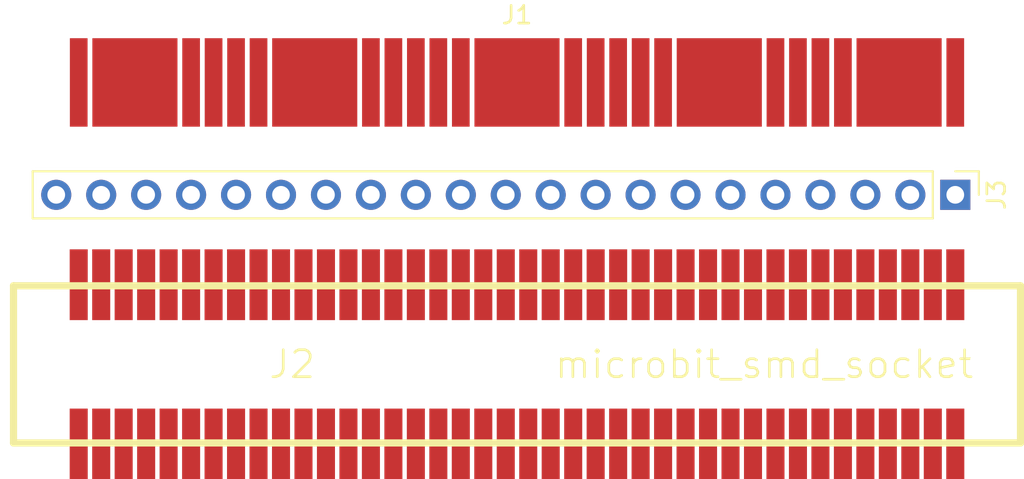
<source format=kicad_pcb>
(kicad_pcb (version 4) (host pcbnew 4.0.7)

  (general
    (links 105)
    (no_connects 105)
    (area 0 0 0 0)
    (thickness 1.6)
    (drawings 0)
    (tracks 0)
    (zones 0)
    (modules 3)
    (nets 22)
  )

  (page A4)
  (layers
    (0 F.Cu signal)
    (31 B.Cu signal)
    (32 B.Adhes user)
    (33 F.Adhes user)
    (34 B.Paste user)
    (35 F.Paste user)
    (36 B.SilkS user)
    (37 F.SilkS user)
    (38 B.Mask user)
    (39 F.Mask user)
    (40 Dwgs.User user)
    (41 Cmts.User user)
    (42 Eco1.User user)
    (43 Eco2.User user)
    (44 Edge.Cuts user)
    (45 Margin user)
    (46 B.CrtYd user)
    (47 F.CrtYd user)
    (48 B.Fab user)
    (49 F.Fab user)
  )

  (setup
    (last_trace_width 0.25)
    (trace_clearance 0.2)
    (zone_clearance 0.508)
    (zone_45_only no)
    (trace_min 0.2)
    (segment_width 0.2)
    (edge_width 0.15)
    (via_size 0.6)
    (via_drill 0.4)
    (via_min_size 0.4)
    (via_min_drill 0.3)
    (uvia_size 0.3)
    (uvia_drill 0.1)
    (uvias_allowed no)
    (uvia_min_size 0.2)
    (uvia_min_drill 0.1)
    (pcb_text_width 0.3)
    (pcb_text_size 1.5 1.5)
    (mod_edge_width 0.15)
    (mod_text_size 1 1)
    (mod_text_width 0.15)
    (pad_size 1.524 1.524)
    (pad_drill 0.762)
    (pad_to_mask_clearance 0.2)
    (aux_axis_origin 0 0)
    (visible_elements FFFFFF7F)
    (pcbplotparams
      (layerselection 0x00030_80000001)
      (usegerberextensions false)
      (excludeedgelayer true)
      (linewidth 0.100000)
      (plotframeref false)
      (viasonmask false)
      (mode 1)
      (useauxorigin false)
      (hpglpennumber 1)
      (hpglpenspeed 20)
      (hpglpendiameter 15)
      (hpglpenoverlay 2)
      (psnegative false)
      (psa4output false)
      (plotreference true)
      (plotvalue true)
      (plotinvisibletext false)
      (padsonsilk false)
      (subtractmaskfromsilk false)
      (outputformat 1)
      (mirror false)
      (drillshape 1)
      (scaleselection 1)
      (outputdirectory ""))
  )

  (net 0 "")
  (net 1 MB_0)
  (net 2 MB_1)
  (net 3 MB_2)
  (net 4 MB_3)
  (net 5 MB_4)
  (net 6 MB_5)
  (net 7 MB_6)
  (net 8 MB_7)
  (net 9 MB_8)
  (net 10 MB_9)
  (net 11 MB_10)
  (net 12 MB_11)
  (net 13 MB_12)
  (net 14 MB_13)
  (net 15 MB_14)
  (net 16 MB_15)
  (net 17 MB_16)
  (net 18 MB_19)
  (net 19 MB_20)
  (net 20 MB_3V3)
  (net 21 MB_GND)

  (net_class Default "This is the default net class."
    (clearance 0.2)
    (trace_width 0.25)
    (via_dia 0.6)
    (via_drill 0.4)
    (uvia_dia 0.3)
    (uvia_drill 0.1)
    (add_net MB_0)
    (add_net MB_1)
    (add_net MB_10)
    (add_net MB_11)
    (add_net MB_12)
    (add_net MB_13)
    (add_net MB_14)
    (add_net MB_15)
    (add_net MB_16)
    (add_net MB_19)
    (add_net MB_2)
    (add_net MB_20)
    (add_net MB_3)
    (add_net MB_3V3)
    (add_net MB_4)
    (add_net MB_5)
    (add_net MB_6)
    (add_net MB_7)
    (add_net MB_8)
    (add_net MB_9)
    (add_net MB_GND)
  )

  (module microbit:microbit_edge (layer F.Cu) (tedit 5A13C640) (tstamp 5A1D54A7)
    (at 150.495 86.36 180)
    (path /5A1D3513)
    (fp_text reference J1 (at 0 3.81 180) (layer F.SilkS)
      (effects (font (size 1 1) (thickness 0.15)))
    )
    (fp_text value microbit_edge (at 0 -3.81 180) (layer F.Fab)
      (effects (font (size 1 1) (thickness 0.15)))
    )
    (pad 1 connect rect (at -21.59 0 180) (size 4.81 5) (layers F.Cu F.Mask)
      (net 1 MB_0))
    (pad 2 connect rect (at -11.43 0 180) (size 4.81 5) (layers F.Cu F.Mask)
      (net 2 MB_1))
    (pad 3 connect rect (at 0 0 180) (size 4.81 5) (layers F.Cu F.Mask)
      (net 3 MB_2))
    (pad 4 connect rect (at -24.765 0 180) (size 1 5) (layers F.Cu F.Mask)
      (net 4 MB_3))
    (pad 5 connect rect (at -18.415 0 180) (size 1 5) (layers F.Cu F.Mask)
      (net 5 MB_4))
    (pad 6 connect rect (at -17.145 0 180) (size 1 5) (layers F.Cu F.Mask)
      (net 6 MB_5))
    (pad 7 connect rect (at -15.875 0 180) (size 1 5) (layers F.Cu F.Mask)
      (net 7 MB_6))
    (pad 8 connect rect (at -14.605 0 180) (size 1 5) (layers F.Cu F.Mask)
      (net 8 MB_7))
    (pad 9 connect rect (at -8.255 0 180) (size 1 5) (layers F.Cu F.Mask)
      (net 9 MB_8))
    (pad 10 connect rect (at -6.985 0 180) (size 1 5) (layers F.Cu F.Mask)
      (net 10 MB_9))
    (pad 11 connect rect (at -5.715 0 180) (size 1 5) (layers F.Cu F.Mask)
      (net 11 MB_10))
    (pad 12 connect rect (at -4.445 0 180) (size 1 5) (layers F.Cu F.Mask)
      (net 12 MB_11))
    (pad 13 connect rect (at -3.175 0 180) (size 1 5) (layers F.Cu F.Mask)
      (net 13 MB_12))
    (pad 14 connect rect (at 3.175 0 180) (size 1 5) (layers F.Cu F.Mask)
      (net 14 MB_13))
    (pad 15 connect rect (at 4.445 0 180) (size 1 5) (layers F.Cu F.Mask)
      (net 15 MB_14))
    (pad 16 connect rect (at 5.715 0 180) (size 1 5) (layers F.Cu F.Mask)
      (net 16 MB_15))
    (pad 17 connect rect (at 6.985 0 180) (size 1 5) (layers F.Cu F.Mask)
      (net 17 MB_16))
    (pad 18 connect rect (at 15.875 0 180) (size 1 5) (layers F.Cu F.Mask)
      (net 18 MB_19))
    (pad 19 connect rect (at 17.145 0 180) (size 1 5) (layers F.Cu F.Mask)
      (net 19 MB_20))
    (pad 20 connect rect (at 8.255 0 180) (size 1 5) (layers F.Cu F.Mask)
      (net 20 MB_3V3))
    (pad 21 connect rect (at 11.43 0 180) (size 4.81 5) (layers F.Cu F.Mask)
      (net 20 MB_3V3))
    (pad 22 connect rect (at 14.605 0 180) (size 1 5) (layers F.Cu F.Mask)
      (net 20 MB_3V3))
    (pad 23 connect rect (at 18.415 0 180) (size 1 5) (layers F.Cu F.Mask)
      (net 21 MB_GND))
    (pad 24 connect rect (at 21.59 0 180) (size 4.81 5) (layers F.Cu F.Mask)
      (net 21 MB_GND))
    (pad 25 connect rect (at 24.765 0 180) (size 1 5) (layers F.Cu F.Mask)
      (net 21 MB_GND))
  )

  (module microbit-socket:smd_socket (layer F.Cu) (tedit 5A1D4357) (tstamp 5A1D5501)
    (at 150.495 102.29)
    (path /5A1D43CC)
    (fp_text reference J2 (at -12.7 0) (layer F.SilkS)
      (effects (font (thickness 0.15)))
    )
    (fp_text value microbit_smd_socket (at 13.97 0) (layer F.SilkS)
      (effects (font (thickness 0.15)))
    )
    (fp_line (start -28.45 -4.44) (end 28.45 -4.44) (layer F.SilkS) (width 0.4064))
    (fp_line (start 28.45 -4.44) (end 28.45 4.44) (layer F.SilkS) (width 0.4064))
    (fp_line (start 28.45 4.44) (end -28.45 4.44) (layer F.SilkS) (width 0.4064))
    (fp_line (start -28.45 4.44) (end -28.45 -4.44) (layer F.SilkS) (width 0.4064))
    (pad 25 smd rect (at -24.765 -4.5 180) (size 1.02 4) (layers F.Cu F.Paste F.Mask)
      (net 21 MB_GND))
    (pad 24 smd rect (at -23.495 -4.5 180) (size 1.02 4) (layers F.Cu F.Paste F.Mask)
      (net 21 MB_GND))
    (pad 24 smd rect (at -22.225 -4.5 180) (size 1.02 4) (layers F.Cu F.Paste F.Mask)
      (net 21 MB_GND))
    (pad 24 smd rect (at -20.955 -4.5 180) (size 1.02 4) (layers F.Cu F.Paste F.Mask)
      (net 21 MB_GND))
    (pad 24 smd rect (at -19.685 -4.5 180) (size 1.02 4) (layers F.Cu F.Paste F.Mask)
      (net 21 MB_GND))
    (pad 23 smd rect (at -18.415 -4.5 180) (size 1.02 4) (layers F.Cu F.Paste F.Mask)
      (net 21 MB_GND))
    (pad 19 smd rect (at -17.145 -4.5 180) (size 1.02 4) (layers F.Cu F.Paste F.Mask)
      (net 19 MB_20))
    (pad 18 smd rect (at -15.875 -4.5 180) (size 1.02 4) (layers F.Cu F.Paste F.Mask)
      (net 18 MB_19))
    (pad 22 smd rect (at -14.605 -4.5 180) (size 1.02 4) (layers F.Cu F.Paste F.Mask)
      (net 20 MB_3V3))
    (pad 21 smd rect (at -13.335 -4.5 180) (size 1.02 4) (layers F.Cu F.Paste F.Mask)
      (net 20 MB_3V3))
    (pad 21 smd rect (at -12.065 -4.5 180) (size 1.02 4) (layers F.Cu F.Paste F.Mask)
      (net 20 MB_3V3))
    (pad 21 smd rect (at -10.795 -4.5 180) (size 1.02 4) (layers F.Cu F.Paste F.Mask)
      (net 20 MB_3V3))
    (pad 21 smd rect (at -9.525 -4.5 180) (size 1.02 4) (layers F.Cu F.Paste F.Mask)
      (net 20 MB_3V3))
    (pad 20 smd rect (at -8.255 -4.5 180) (size 1.02 4) (layers F.Cu F.Paste F.Mask)
      (net 20 MB_3V3))
    (pad 17 smd rect (at -6.985 -4.5 180) (size 1.02 4) (layers F.Cu F.Paste F.Mask)
      (net 17 MB_16))
    (pad 16 smd rect (at -5.715 -4.5 180) (size 1.02 4) (layers F.Cu F.Paste F.Mask)
      (net 16 MB_15))
    (pad 15 smd rect (at -4.445 -4.5 180) (size 1.02 4) (layers F.Cu F.Paste F.Mask)
      (net 15 MB_14))
    (pad 14 smd rect (at -3.175 -4.5 180) (size 1.02 4) (layers F.Cu F.Paste F.Mask)
      (net 14 MB_13))
    (pad 3 smd rect (at -1.905 -4.5 180) (size 1.02 4) (layers F.Cu F.Paste F.Mask)
      (net 3 MB_2))
    (pad 3 smd rect (at -0.635 -4.5 180) (size 1.02 4) (layers F.Cu F.Paste F.Mask)
      (net 3 MB_2))
    (pad 3 smd rect (at 0.635 -4.5 180) (size 1.02 4) (layers F.Cu F.Paste F.Mask)
      (net 3 MB_2))
    (pad 3 smd rect (at 1.905 -4.5 180) (size 1.02 4) (layers F.Cu F.Paste F.Mask)
      (net 3 MB_2))
    (pad 13 smd rect (at 3.175 -4.5 180) (size 1.02 4) (layers F.Cu F.Paste F.Mask)
      (net 13 MB_12))
    (pad 12 smd rect (at 4.445 -4.5 180) (size 1.02 4) (layers F.Cu F.Paste F.Mask)
      (net 12 MB_11))
    (pad 11 smd rect (at 5.715 -4.5 180) (size 1.02 4) (layers F.Cu F.Paste F.Mask)
      (net 11 MB_10))
    (pad 10 smd rect (at 6.985 -4.5 180) (size 1.02 4) (layers F.Cu F.Paste F.Mask)
      (net 10 MB_9))
    (pad 9 smd rect (at 8.255 -4.5 180) (size 1.02 4) (layers F.Cu F.Paste F.Mask)
      (net 9 MB_8))
    (pad 2 smd rect (at 9.525 -4.5 180) (size 1.02 4) (layers F.Cu F.Paste F.Mask)
      (net 2 MB_1))
    (pad 2 smd rect (at 10.795 -4.5 180) (size 1.02 4) (layers F.Cu F.Paste F.Mask)
      (net 2 MB_1))
    (pad 2 smd rect (at 12.065 -4.5 180) (size 1.02 4) (layers F.Cu F.Paste F.Mask)
      (net 2 MB_1))
    (pad 2 smd rect (at 13.335 -4.5 180) (size 1.02 4) (layers F.Cu F.Paste F.Mask)
      (net 2 MB_1))
    (pad 8 smd rect (at 14.605 -4.5 180) (size 1.02 4) (layers F.Cu F.Paste F.Mask)
      (net 8 MB_7))
    (pad 7 smd rect (at 15.875 -4.5 180) (size 1.02 4) (layers F.Cu F.Paste F.Mask)
      (net 7 MB_6))
    (pad 6 smd rect (at 17.145 -4.5 180) (size 1.02 4) (layers F.Cu F.Paste F.Mask)
      (net 6 MB_5))
    (pad 5 smd rect (at 18.415 -4.5 180) (size 1.02 4) (layers F.Cu F.Paste F.Mask)
      (net 5 MB_4))
    (pad 1 smd rect (at 19.685 -4.5 180) (size 1.02 4) (layers F.Cu F.Paste F.Mask)
      (net 1 MB_0))
    (pad 1 smd rect (at 20.955 -4.5 180) (size 1.02 4) (layers F.Cu F.Paste F.Mask)
      (net 1 MB_0))
    (pad 1 smd rect (at 22.225 -4.5 180) (size 1.02 4) (layers F.Cu F.Paste F.Mask)
      (net 1 MB_0))
    (pad 1 smd rect (at 23.495 -4.5 180) (size 1.02 4) (layers F.Cu F.Paste F.Mask)
      (net 1 MB_0))
    (pad 4 smd rect (at 24.765 -4.5 180) (size 1.02 4) (layers F.Cu F.Paste F.Mask)
      (net 4 MB_3))
    (pad 50 smd rect (at 24.765 4.5) (size 1.02 4) (layers F.Cu F.Paste F.Mask)
      (net 21 MB_GND))
    (pad 49 smd rect (at 23.495 4.5) (size 1.02 4) (layers F.Cu F.Paste F.Mask)
      (net 21 MB_GND))
    (pad 49 smd rect (at 22.225 4.5) (size 1.02 4) (layers F.Cu F.Paste F.Mask)
      (net 21 MB_GND))
    (pad 49 smd rect (at 20.955 4.5) (size 1.02 4) (layers F.Cu F.Paste F.Mask)
      (net 21 MB_GND))
    (pad 49 smd rect (at 19.685 4.5) (size 1.02 4) (layers F.Cu F.Paste F.Mask)
      (net 21 MB_GND))
    (pad 48 smd rect (at 18.415 4.5) (size 1.02 4) (layers F.Cu F.Paste F.Mask)
      (net 21 MB_GND))
    (pad 44 smd rect (at 17.145 4.5) (size 1.02 4) (layers F.Cu F.Paste F.Mask)
      (net 19 MB_20))
    (pad 43 smd rect (at 15.875 4.5) (size 1.02 4) (layers F.Cu F.Paste F.Mask)
      (net 18 MB_19))
    (pad 47 smd rect (at 14.605 4.5) (size 1.02 4) (layers F.Cu F.Paste F.Mask)
      (net 20 MB_3V3))
    (pad 46 smd rect (at 13.335 4.5) (size 1.02 4) (layers F.Cu F.Paste F.Mask)
      (net 20 MB_3V3))
    (pad 46 smd rect (at 12.065 4.5) (size 1.02 4) (layers F.Cu F.Paste F.Mask)
      (net 20 MB_3V3))
    (pad 46 smd rect (at 10.795 4.5) (size 1.02 4) (layers F.Cu F.Paste F.Mask)
      (net 20 MB_3V3))
    (pad 46 smd rect (at 9.525 4.5) (size 1.02 4) (layers F.Cu F.Paste F.Mask)
      (net 20 MB_3V3))
    (pad 45 smd rect (at 8.255 4.5) (size 1.02 4) (layers F.Cu F.Paste F.Mask)
      (net 20 MB_3V3))
    (pad 42 smd rect (at 6.985 4.5) (size 1.02 4) (layers F.Cu F.Paste F.Mask)
      (net 17 MB_16))
    (pad 41 smd rect (at 5.715 4.5) (size 1.02 4) (layers F.Cu F.Paste F.Mask)
      (net 16 MB_15))
    (pad 40 smd rect (at 4.445 4.5) (size 1.02 4) (layers F.Cu F.Paste F.Mask)
      (net 15 MB_14))
    (pad 39 smd rect (at 3.175 4.5) (size 1.02 4) (layers F.Cu F.Paste F.Mask)
      (net 14 MB_13))
    (pad 28 smd rect (at 1.905 4.5) (size 1.02 4) (layers F.Cu F.Paste F.Mask)
      (net 3 MB_2))
    (pad 28 smd rect (at 0.635 4.5) (size 1.02 4) (layers F.Cu F.Paste F.Mask)
      (net 3 MB_2))
    (pad 28 smd rect (at -0.635 4.5) (size 1.02 4) (layers F.Cu F.Paste F.Mask)
      (net 3 MB_2))
    (pad 28 smd rect (at -1.905 4.5) (size 1.02 4) (layers F.Cu F.Paste F.Mask)
      (net 3 MB_2))
    (pad 38 smd rect (at -3.175 4.5) (size 1.02 4) (layers F.Cu F.Paste F.Mask)
      (net 13 MB_12))
    (pad 37 smd rect (at -4.445 4.5) (size 1.02 4) (layers F.Cu F.Paste F.Mask)
      (net 12 MB_11))
    (pad 36 smd rect (at -5.715 4.5) (size 1.02 4) (layers F.Cu F.Paste F.Mask)
      (net 11 MB_10))
    (pad 35 smd rect (at -6.985 4.5) (size 1.02 4) (layers F.Cu F.Paste F.Mask)
      (net 10 MB_9))
    (pad 34 smd rect (at -8.255 4.5) (size 1.02 4) (layers F.Cu F.Paste F.Mask)
      (net 9 MB_8))
    (pad 27 smd rect (at -9.525 4.5) (size 1.02 4) (layers F.Cu F.Paste F.Mask)
      (net 2 MB_1))
    (pad 27 smd rect (at -10.795 4.5) (size 1.02 4) (layers F.Cu F.Paste F.Mask)
      (net 2 MB_1))
    (pad 27 smd rect (at -12.065 4.5) (size 1.02 4) (layers F.Cu F.Paste F.Mask)
      (net 2 MB_1))
    (pad 27 smd rect (at -13.335 4.5) (size 1.02 4) (layers F.Cu F.Paste F.Mask)
      (net 2 MB_1))
    (pad 33 smd rect (at -14.605 4.5) (size 1.02 4) (layers F.Cu F.Paste F.Mask)
      (net 8 MB_7))
    (pad 32 smd rect (at -15.875 4.5) (size 1.02 4) (layers F.Cu F.Paste F.Mask)
      (net 7 MB_6))
    (pad 31 smd rect (at -17.145 4.5) (size 1.02 4) (layers F.Cu F.Paste F.Mask)
      (net 6 MB_5))
    (pad 30 smd rect (at -18.415 4.5) (size 1.02 4) (layers F.Cu F.Paste F.Mask)
      (net 5 MB_4))
    (pad 26 smd rect (at -19.685 4.5) (size 1.02 4) (layers F.Cu F.Paste F.Mask)
      (net 1 MB_0))
    (pad 26 smd rect (at -20.955 4.5) (size 1.02 4) (layers F.Cu F.Paste F.Mask)
      (net 1 MB_0))
    (pad 26 smd rect (at -22.225 4.5) (size 1.02 4) (layers F.Cu F.Paste F.Mask)
      (net 1 MB_0))
    (pad 26 smd rect (at -23.495 4.5) (size 1.02 4) (layers F.Cu F.Paste F.Mask)
      (net 1 MB_0))
    (pad 29 smd rect (at -24.765 4.5) (size 1.02 4) (layers F.Cu F.Paste F.Mask)
      (net 4 MB_3))
    (pad "" np_thru_hole circle (at -26.67 0) (size 2.2 2.2) (drill 2.2) (layers *.Cu))
    (pad "" np_thru_hole circle (at 26.67 0) (size 2.2 2.2) (drill 2.2) (layers *.Cu))
  )

  (module Pin_Headers:Pin_Header_Straight_1x21_Pitch2.54mm (layer F.Cu) (tedit 58CD4EC2) (tstamp 5A1DE7C9)
    (at 175.26 92.71 270)
    (descr "Through hole straight pin header, 1x21, 2.54mm pitch, single row")
    (tags "Through hole pin header THT 1x21 2.54mm single row")
    (path /5A1D5E0A)
    (fp_text reference J3 (at 0 -2.33 270) (layer F.SilkS)
      (effects (font (size 1 1) (thickness 0.15)))
    )
    (fp_text value Conn_01x21 (at 0 53.13 270) (layer F.Fab)
      (effects (font (size 1 1) (thickness 0.15)))
    )
    (fp_line (start -1.27 -1.27) (end -1.27 52.07) (layer F.Fab) (width 0.1))
    (fp_line (start -1.27 52.07) (end 1.27 52.07) (layer F.Fab) (width 0.1))
    (fp_line (start 1.27 52.07) (end 1.27 -1.27) (layer F.Fab) (width 0.1))
    (fp_line (start 1.27 -1.27) (end -1.27 -1.27) (layer F.Fab) (width 0.1))
    (fp_line (start -1.33 1.27) (end -1.33 52.13) (layer F.SilkS) (width 0.12))
    (fp_line (start -1.33 52.13) (end 1.33 52.13) (layer F.SilkS) (width 0.12))
    (fp_line (start 1.33 52.13) (end 1.33 1.27) (layer F.SilkS) (width 0.12))
    (fp_line (start 1.33 1.27) (end -1.33 1.27) (layer F.SilkS) (width 0.12))
    (fp_line (start -1.33 0) (end -1.33 -1.33) (layer F.SilkS) (width 0.12))
    (fp_line (start -1.33 -1.33) (end 0 -1.33) (layer F.SilkS) (width 0.12))
    (fp_line (start -1.8 -1.8) (end -1.8 52.6) (layer F.CrtYd) (width 0.05))
    (fp_line (start -1.8 52.6) (end 1.8 52.6) (layer F.CrtYd) (width 0.05))
    (fp_line (start 1.8 52.6) (end 1.8 -1.8) (layer F.CrtYd) (width 0.05))
    (fp_line (start 1.8 -1.8) (end -1.8 -1.8) (layer F.CrtYd) (width 0.05))
    (fp_text user %R (at 0 -2.33 270) (layer F.Fab)
      (effects (font (size 1 1) (thickness 0.15)))
    )
    (pad 1 thru_hole rect (at 0 0 270) (size 1.7 1.7) (drill 1) (layers *.Cu *.Mask)
      (net 1 MB_0))
    (pad 2 thru_hole oval (at 0 2.54 270) (size 1.7 1.7) (drill 1) (layers *.Cu *.Mask)
      (net 2 MB_1))
    (pad 3 thru_hole oval (at 0 5.08 270) (size 1.7 1.7) (drill 1) (layers *.Cu *.Mask)
      (net 3 MB_2))
    (pad 4 thru_hole oval (at 0 7.62 270) (size 1.7 1.7) (drill 1) (layers *.Cu *.Mask)
      (net 4 MB_3))
    (pad 5 thru_hole oval (at 0 10.16 270) (size 1.7 1.7) (drill 1) (layers *.Cu *.Mask)
      (net 5 MB_4))
    (pad 6 thru_hole oval (at 0 12.7 270) (size 1.7 1.7) (drill 1) (layers *.Cu *.Mask)
      (net 6 MB_5))
    (pad 7 thru_hole oval (at 0 15.24 270) (size 1.7 1.7) (drill 1) (layers *.Cu *.Mask)
      (net 7 MB_6))
    (pad 8 thru_hole oval (at 0 17.78 270) (size 1.7 1.7) (drill 1) (layers *.Cu *.Mask)
      (net 8 MB_7))
    (pad 9 thru_hole oval (at 0 20.32 270) (size 1.7 1.7) (drill 1) (layers *.Cu *.Mask)
      (net 9 MB_8))
    (pad 10 thru_hole oval (at 0 22.86 270) (size 1.7 1.7) (drill 1) (layers *.Cu *.Mask)
      (net 10 MB_9))
    (pad 11 thru_hole oval (at 0 25.4 270) (size 1.7 1.7) (drill 1) (layers *.Cu *.Mask)
      (net 11 MB_10))
    (pad 12 thru_hole oval (at 0 27.94 270) (size 1.7 1.7) (drill 1) (layers *.Cu *.Mask)
      (net 12 MB_11))
    (pad 13 thru_hole oval (at 0 30.48 270) (size 1.7 1.7) (drill 1) (layers *.Cu *.Mask)
      (net 13 MB_12))
    (pad 14 thru_hole oval (at 0 33.02 270) (size 1.7 1.7) (drill 1) (layers *.Cu *.Mask)
      (net 14 MB_13))
    (pad 15 thru_hole oval (at 0 35.56 270) (size 1.7 1.7) (drill 1) (layers *.Cu *.Mask)
      (net 15 MB_14))
    (pad 16 thru_hole oval (at 0 38.1 270) (size 1.7 1.7) (drill 1) (layers *.Cu *.Mask)
      (net 16 MB_15))
    (pad 17 thru_hole oval (at 0 40.64 270) (size 1.7 1.7) (drill 1) (layers *.Cu *.Mask)
      (net 17 MB_16))
    (pad 18 thru_hole oval (at 0 43.18 270) (size 1.7 1.7) (drill 1) (layers *.Cu *.Mask)
      (net 18 MB_19))
    (pad 19 thru_hole oval (at 0 45.72 270) (size 1.7 1.7) (drill 1) (layers *.Cu *.Mask)
      (net 19 MB_20))
    (pad 20 thru_hole oval (at 0 48.26 270) (size 1.7 1.7) (drill 1) (layers *.Cu *.Mask)
      (net 20 MB_3V3))
    (pad 21 thru_hole oval (at 0 50.8 270) (size 1.7 1.7) (drill 1) (layers *.Cu *.Mask)
      (net 21 MB_GND))
    (model ${KISYS3DMOD}/Pin_Headers.3dshapes/Pin_Header_Straight_1x21_Pitch2.54mm.wrl
      (at (xyz 0 -1 0))
      (scale (xyz 1 1 1))
      (rotate (xyz 0 0 90))
    )
  )

)

</source>
